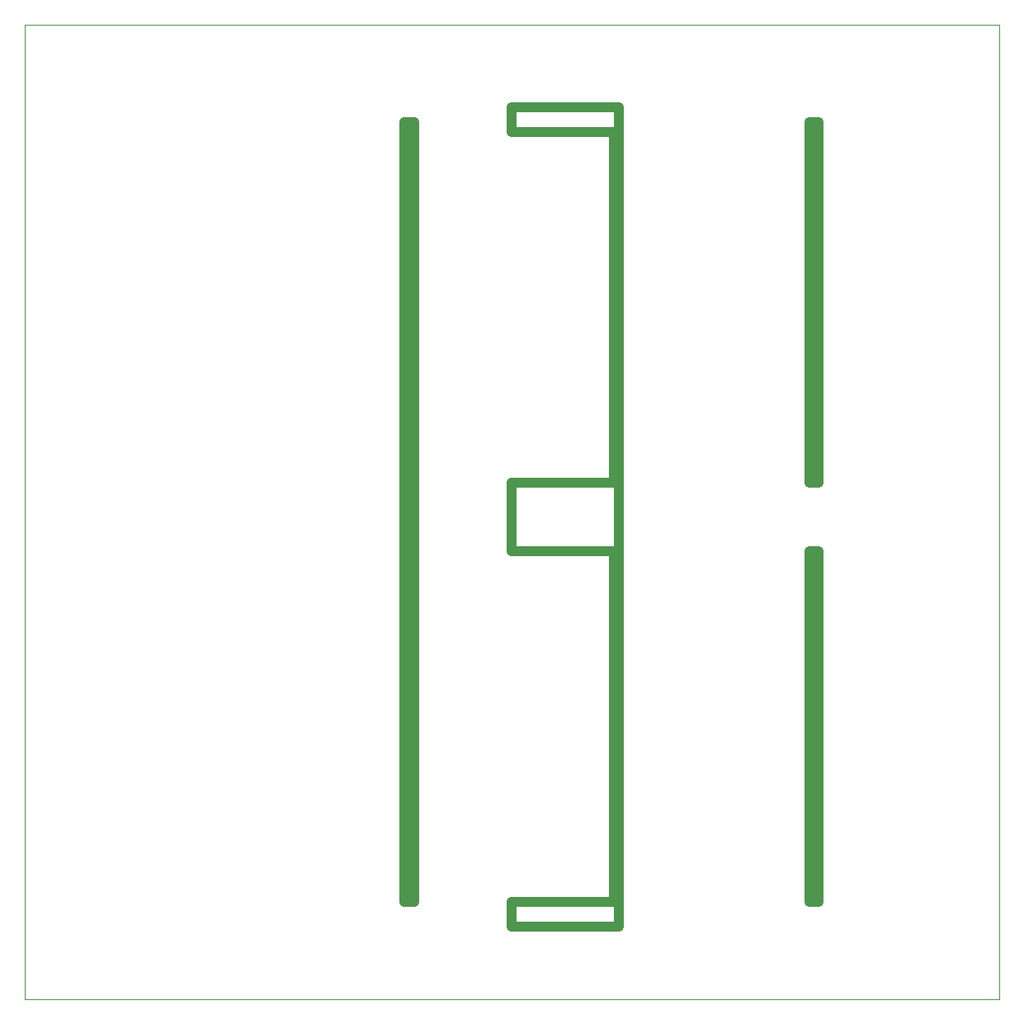
<source format=gbr>
%TF.GenerationSoftware,KiCad,Pcbnew,(5.1.0)-1*%
%TF.CreationDate,2019-09-16T00:10:32+02:00*%
%TF.ProjectId,KicadJE_EffectsUnit2,4b696361-644a-4455-9f45-666665637473,rev?*%
%TF.SameCoordinates,Original*%
%TF.FileFunction,Profile,NP*%
%FSLAX46Y46*%
G04 Gerber Fmt 4.6, Leading zero omitted, Abs format (unit mm)*
G04 Created by KiCad (PCBNEW (5.1.0)-1) date 2019-09-16 00:10:32*
%MOMM*%
%LPD*%
G04 APERTURE LIST*
%ADD10C,1.000000*%
%ADD11C,0.050000*%
G04 APERTURE END LIST*
D10*
X130500000Y-60000000D02*
X130500000Y-97000000D01*
X131500000Y-104000000D02*
X131500000Y-140000000D01*
X130500000Y-104000000D02*
X131500000Y-104000000D01*
X130500000Y-97000000D02*
X131500000Y-97000000D01*
X110500000Y-104000000D02*
X110500000Y-140000000D01*
X100000000Y-104000000D02*
X110500000Y-104000000D01*
X100000000Y-97000000D02*
X100000000Y-104000000D01*
X110500000Y-97000000D02*
X100000000Y-97000000D01*
X100000000Y-61000000D02*
X100000000Y-58500000D01*
X100000000Y-61000000D02*
X110500000Y-61000000D01*
X111000000Y-58500000D02*
X100000000Y-58500000D01*
X100000000Y-142500000D02*
X100000000Y-140000000D01*
X100000000Y-142500000D02*
X111000000Y-142500000D01*
X110500000Y-140000000D02*
X100000000Y-140000000D01*
X130500000Y-104000000D02*
X130500000Y-140000000D01*
X130500000Y-140000000D02*
X131500000Y-140000000D01*
X130500000Y-60000000D02*
X131500000Y-60000000D01*
X131500000Y-60000000D02*
X131500000Y-97000000D01*
X89000000Y-60000000D02*
X90000000Y-60000000D01*
X89000000Y-140000000D02*
X90000000Y-140000000D01*
X110500000Y-61000000D02*
X110500000Y-97000000D01*
X111000000Y-58500000D02*
X111000000Y-142500000D01*
X90000000Y-60000000D02*
X90000000Y-140000000D01*
X89000000Y-60000000D02*
X89000000Y-140000000D01*
D11*
X50000000Y-150000000D02*
X50000000Y-50000000D01*
X150000000Y-150000000D02*
X50000000Y-150000000D01*
X150000000Y-50000000D02*
X150000000Y-150000000D01*
X50000000Y-50000000D02*
X150000000Y-50000000D01*
M02*

</source>
